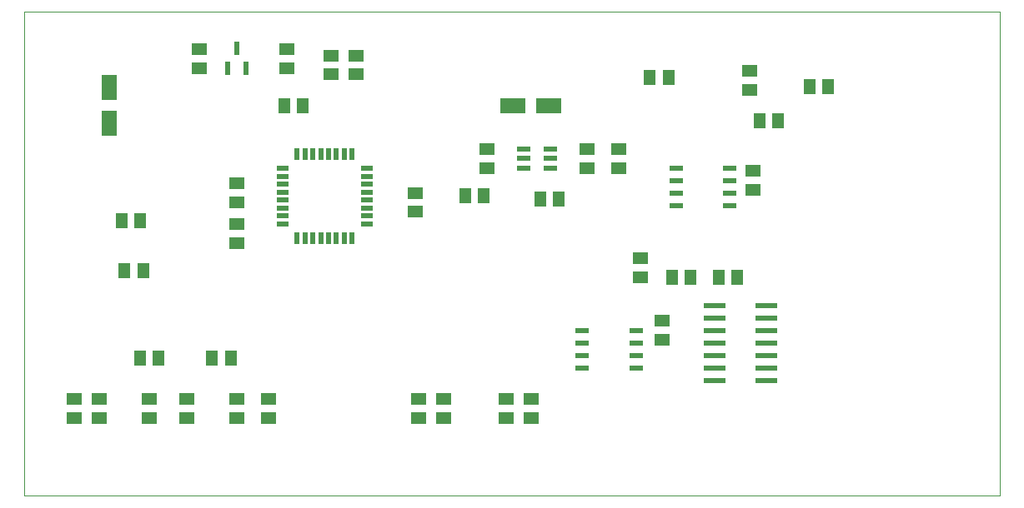
<source format=gtp>
G75*
G70*
%OFA0B0*%
%FSLAX24Y24*%
%IPPOS*%
%LPD*%
%AMOC8*
5,1,8,0,0,1.08239X$1,22.5*
%
%ADD10C,0.0000*%
%ADD11R,0.0500X0.0220*%
%ADD12R,0.0220X0.0500*%
%ADD13R,0.0512X0.0591*%
%ADD14R,0.0591X0.0512*%
%ADD15R,0.0220X0.0520*%
%ADD16R,0.0630X0.1024*%
%ADD17R,0.1024X0.0630*%
%ADD18R,0.0520X0.0220*%
%ADD19R,0.0866X0.0236*%
%ADD20R,0.0580X0.0220*%
D10*
X000101Y000262D02*
X000101Y019632D01*
X039093Y019632D01*
X039093Y000262D01*
X000101Y000262D01*
D11*
X010411Y011160D03*
X010411Y011475D03*
X010411Y011790D03*
X010411Y012105D03*
X010411Y012420D03*
X010411Y012734D03*
X010411Y013049D03*
X010411Y013364D03*
X013791Y013364D03*
X013791Y013049D03*
X013791Y012734D03*
X013791Y012420D03*
X013791Y012105D03*
X013791Y011790D03*
X013791Y011475D03*
X013791Y011160D03*
D12*
X013203Y010572D03*
X012888Y010572D03*
X012573Y010572D03*
X012258Y010572D03*
X011943Y010572D03*
X011628Y010572D03*
X011313Y010572D03*
X010998Y010572D03*
X010998Y013952D03*
X011313Y013952D03*
X011628Y013952D03*
X011943Y013952D03*
X012258Y013952D03*
X012573Y013952D03*
X012888Y013952D03*
X013203Y013952D03*
D13*
X011225Y015887D03*
X010477Y015887D03*
X017727Y012262D03*
X018475Y012262D03*
X020727Y012137D03*
X021475Y012137D03*
X025977Y009012D03*
X026725Y009012D03*
X027852Y009012D03*
X028600Y009012D03*
X029477Y015262D03*
X030225Y015262D03*
X031477Y016637D03*
X032225Y016637D03*
X025850Y017012D03*
X025102Y017012D03*
X008350Y005762D03*
X007602Y005762D03*
X005475Y005762D03*
X004727Y005762D03*
X004850Y009262D03*
X004102Y009262D03*
X003977Y011262D03*
X004725Y011262D03*
D14*
X008601Y011136D03*
X008601Y010388D03*
X008601Y012013D03*
X008601Y012761D03*
X012351Y017138D03*
X012351Y017886D03*
X013351Y017886D03*
X013351Y017138D03*
X010601Y017388D03*
X010601Y018136D03*
X007101Y018136D03*
X007101Y017388D03*
X015726Y012386D03*
X015726Y011638D03*
X018601Y013388D03*
X018601Y014136D03*
X022601Y014136D03*
X022601Y013388D03*
X023851Y013388D03*
X023851Y014136D03*
X029226Y013261D03*
X029226Y012513D03*
X024726Y009761D03*
X024726Y009013D03*
X025601Y007261D03*
X025601Y006513D03*
X020351Y004136D03*
X019351Y004136D03*
X019351Y003388D03*
X020351Y003388D03*
X016851Y003388D03*
X015851Y003388D03*
X015851Y004136D03*
X016851Y004136D03*
X009851Y004136D03*
X008601Y004136D03*
X008601Y003388D03*
X009851Y003388D03*
X006601Y003388D03*
X006601Y004136D03*
X005101Y004136D03*
X005101Y003388D03*
X003101Y003388D03*
X002101Y003388D03*
X002101Y004136D03*
X003101Y004136D03*
X029101Y016513D03*
X029101Y017261D03*
D15*
X008971Y017362D03*
X008231Y017362D03*
X008601Y018162D03*
D16*
X003476Y016596D03*
X003476Y015178D03*
D17*
X019642Y015887D03*
X021059Y015887D03*
D18*
X021141Y014132D03*
X021141Y013762D03*
X021141Y013392D03*
X020061Y013392D03*
X020061Y013762D03*
X020061Y014132D03*
D19*
X027702Y007887D03*
X027702Y007387D03*
X027702Y006887D03*
X027702Y006387D03*
X027702Y005887D03*
X027702Y005387D03*
X027702Y004887D03*
X029749Y004887D03*
X029749Y005387D03*
X029749Y005887D03*
X029749Y006387D03*
X029749Y006887D03*
X029749Y007387D03*
X029749Y007887D03*
D20*
X024546Y006887D03*
X024546Y006387D03*
X024546Y005887D03*
X024546Y005387D03*
X022406Y005387D03*
X022406Y005887D03*
X022406Y006387D03*
X022406Y006887D03*
X026156Y011887D03*
X026156Y012387D03*
X026156Y012887D03*
X026156Y013387D03*
X028296Y013387D03*
X028296Y012887D03*
X028296Y012387D03*
X028296Y011887D03*
M02*

</source>
